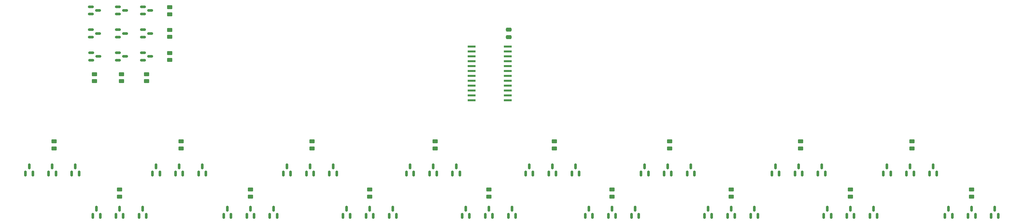
<source format=gbr>
%TF.GenerationSoftware,KiCad,Pcbnew,(6.0.7-1)-1*%
%TF.CreationDate,2023-03-16T12:26:32-07:00*%
%TF.ProjectId,adc_test_board,6164635f-7465-4737-945f-626f6172642e,rev?*%
%TF.SameCoordinates,Original*%
%TF.FileFunction,Paste,Top*%
%TF.FilePolarity,Positive*%
%FSLAX46Y46*%
G04 Gerber Fmt 4.6, Leading zero omitted, Abs format (unit mm)*
G04 Created by KiCad (PCBNEW (6.0.7-1)-1) date 2023-03-16 12:26:32*
%MOMM*%
%LPD*%
G01*
G04 APERTURE LIST*
G04 Aperture macros list*
%AMRoundRect*
0 Rectangle with rounded corners*
0 $1 Rounding radius*
0 $2 $3 $4 $5 $6 $7 $8 $9 X,Y pos of 4 corners*
0 Add a 4 corners polygon primitive as box body*
4,1,4,$2,$3,$4,$5,$6,$7,$8,$9,$2,$3,0*
0 Add four circle primitives for the rounded corners*
1,1,$1+$1,$2,$3*
1,1,$1+$1,$4,$5*
1,1,$1+$1,$6,$7*
1,1,$1+$1,$8,$9*
0 Add four rect primitives between the rounded corners*
20,1,$1+$1,$2,$3,$4,$5,0*
20,1,$1+$1,$4,$5,$6,$7,0*
20,1,$1+$1,$6,$7,$8,$9,0*
20,1,$1+$1,$8,$9,$2,$3,0*%
G04 Aperture macros list end*
%ADD10RoundRect,0.250000X0.450000X-0.262500X0.450000X0.262500X-0.450000X0.262500X-0.450000X-0.262500X0*%
%ADD11RoundRect,0.150000X0.150000X-0.587500X0.150000X0.587500X-0.150000X0.587500X-0.150000X-0.587500X0*%
%ADD12RoundRect,0.150000X-0.587500X-0.150000X0.587500X-0.150000X0.587500X0.150000X-0.587500X0.150000X0*%
%ADD13RoundRect,0.250000X-0.450000X0.262500X-0.450000X-0.262500X0.450000X-0.262500X0.450000X0.262500X0*%
%ADD14RoundRect,0.250000X-0.475000X0.250000X-0.475000X-0.250000X0.475000X-0.250000X0.475000X0.250000X0*%
%ADD15R,2.000000X0.600000*%
G04 APERTURE END LIST*
D10*
%TO.C,R6*%
X74000000Y-109912500D03*
X74000000Y-108087500D03*
%TD*%
D11*
%TO.C,Q15*%
X215550000Y-103937500D03*
X217450000Y-103937500D03*
X216500000Y-102062500D03*
%TD*%
%TO.C,Q21*%
X260550000Y-114937500D03*
X262450000Y-114937500D03*
X261500000Y-113062500D03*
%TD*%
%TO.C,Q20*%
X120550000Y-103937500D03*
X122450000Y-103937500D03*
X121500000Y-102062500D03*
%TD*%
%TO.C,Q11*%
X181550000Y-103937500D03*
X183450000Y-103937500D03*
X182500000Y-102062500D03*
%TD*%
%TO.C,Q51*%
X250550000Y-103937500D03*
X252450000Y-103937500D03*
X251500000Y-102062500D03*
%TD*%
%TO.C,Q8*%
X21550000Y-103937500D03*
X23450000Y-103937500D03*
X22500000Y-102062500D03*
%TD*%
D12*
%TO.C,Q6*%
X46062500Y-72550000D03*
X46062500Y-74450000D03*
X47937500Y-73500000D03*
%TD*%
D11*
%TO.C,Q47*%
X221550000Y-103937500D03*
X223450000Y-103937500D03*
X222500000Y-102062500D03*
%TD*%
D10*
%TO.C,R12*%
X122000000Y-97412500D03*
X122000000Y-95587500D03*
%TD*%
D11*
%TO.C,Q23*%
X145550000Y-103937500D03*
X147450000Y-103937500D03*
X146500000Y-102062500D03*
%TD*%
D10*
%TO.C,R13*%
X136000000Y-109912500D03*
X136000000Y-108087500D03*
%TD*%
%TO.C,R14*%
X153000000Y-97412500D03*
X153000000Y-95587500D03*
%TD*%
D12*
%TO.C,Q4*%
X46062500Y-60550000D03*
X46062500Y-62450000D03*
X47937500Y-61500000D03*
%TD*%
D11*
%TO.C,Q16*%
X88550000Y-103937500D03*
X90450000Y-103937500D03*
X89500000Y-102062500D03*
%TD*%
%TO.C,Q40*%
X27550000Y-103937500D03*
X29450000Y-103937500D03*
X28500000Y-102062500D03*
%TD*%
D12*
%TO.C,Q2*%
X32625000Y-72550000D03*
X32625000Y-74450000D03*
X34500000Y-73500000D03*
%TD*%
D11*
%TO.C,Q12*%
X54550000Y-103937500D03*
X56450000Y-103937500D03*
X55500000Y-102062500D03*
%TD*%
D10*
%TO.C,R19*%
X230000000Y-109912500D03*
X230000000Y-108087500D03*
%TD*%
%TO.C,R15*%
X168000000Y-109912500D03*
X168000000Y-108087500D03*
%TD*%
D11*
%TO.C,Q54*%
X141050000Y-114937500D03*
X142950000Y-114937500D03*
X142000000Y-113062500D03*
%TD*%
%TO.C,Q49*%
X235050000Y-114937500D03*
X236950000Y-114937500D03*
X236000000Y-113062500D03*
%TD*%
D10*
%TO.C,R20*%
X246000000Y-97412500D03*
X246000000Y-95587500D03*
%TD*%
%TO.C,R17*%
X199000000Y-109912500D03*
X199000000Y-108087500D03*
%TD*%
D11*
%TO.C,Q17*%
X229050000Y-114937500D03*
X230950000Y-114937500D03*
X230000000Y-113062500D03*
%TD*%
D12*
%TO.C,Q55*%
X32562500Y-66550000D03*
X32562500Y-68450000D03*
X34437500Y-67500000D03*
%TD*%
D11*
%TO.C,Q31*%
X209550000Y-103937500D03*
X211450000Y-103937500D03*
X210500000Y-102062500D03*
%TD*%
D13*
%TO.C,R22*%
X53000000Y-66587500D03*
X53000000Y-68412500D03*
%TD*%
D11*
%TO.C,Q45*%
X204050000Y-114937500D03*
X205950000Y-114937500D03*
X205000000Y-113062500D03*
%TD*%
D13*
%TO.C,R1*%
X53000000Y-60675000D03*
X53000000Y-62500000D03*
%TD*%
D11*
%TO.C,Q27*%
X175550000Y-103937500D03*
X177450000Y-103937500D03*
X176500000Y-102062500D03*
%TD*%
D12*
%TO.C,Q57*%
X46062500Y-66550000D03*
X46062500Y-68450000D03*
X47937500Y-67500000D03*
%TD*%
D11*
%TO.C,Q34*%
X98050000Y-114937500D03*
X99950000Y-114937500D03*
X99000000Y-113062500D03*
%TD*%
D10*
%TO.C,R3*%
X40000000Y-109912500D03*
X40000000Y-108087500D03*
%TD*%
D11*
%TO.C,Q39*%
X157550000Y-103937500D03*
X159450000Y-103937500D03*
X158500000Y-102062500D03*
%TD*%
%TO.C,Q33*%
X223050000Y-114937500D03*
X224950000Y-114937500D03*
X224000000Y-113062500D03*
%TD*%
%TO.C,Q19*%
X244550000Y-103937500D03*
X246450000Y-103937500D03*
X245500000Y-102062500D03*
%TD*%
%TO.C,Q36*%
X114550000Y-103937500D03*
X116450000Y-103937500D03*
X115500000Y-102062500D03*
%TD*%
D14*
%TO.C,C1*%
X141200000Y-66550000D03*
X141200000Y-68450000D03*
%TD*%
D11*
%TO.C,Q22*%
X135050000Y-114937500D03*
X136950000Y-114937500D03*
X136000000Y-113062500D03*
%TD*%
%TO.C,Q43*%
X187550000Y-103937500D03*
X189450000Y-103937500D03*
X188500000Y-102062500D03*
%TD*%
D12*
%TO.C,Q1*%
X32562500Y-60550000D03*
X32562500Y-62450000D03*
X34437500Y-61500000D03*
%TD*%
D10*
%TO.C,R11*%
X105000000Y-109912500D03*
X105000000Y-108087500D03*
%TD*%
D11*
%TO.C,Q13*%
X198050000Y-114937500D03*
X199950000Y-114937500D03*
X199000000Y-113062500D03*
%TD*%
%TO.C,Q44*%
X60550000Y-103937500D03*
X62450000Y-103937500D03*
X61500000Y-102062500D03*
%TD*%
%TO.C,Q37*%
X254550000Y-114937500D03*
X256450000Y-114937500D03*
X255500000Y-113062500D03*
%TD*%
D10*
%TO.C,R9*%
X47000000Y-79912500D03*
X47000000Y-78087500D03*
%TD*%
D11*
%TO.C,Q46*%
X79050000Y-114937500D03*
X80950000Y-114937500D03*
X80000000Y-113062500D03*
%TD*%
D10*
%TO.C,R4*%
X56000000Y-97412500D03*
X56000000Y-95587500D03*
%TD*%
%TO.C,R16*%
X183000000Y-97412500D03*
X183000000Y-95587500D03*
%TD*%
D11*
%TO.C,Q32*%
X82550000Y-103937500D03*
X84450000Y-103937500D03*
X83500000Y-102062500D03*
%TD*%
%TO.C,Q7*%
X151550000Y-103937500D03*
X153450000Y-103937500D03*
X152500000Y-102062500D03*
%TD*%
%TO.C,Q28*%
X48550000Y-103937500D03*
X50450000Y-103937500D03*
X49500000Y-102062500D03*
%TD*%
D12*
%TO.C,Q56*%
X39562500Y-66550000D03*
X39562500Y-68450000D03*
X41437500Y-67500000D03*
%TD*%
D10*
%TO.C,R10*%
X90000000Y-97412500D03*
X90000000Y-95587500D03*
%TD*%
%TO.C,R18*%
X217000000Y-97412500D03*
X217000000Y-95587500D03*
%TD*%
D11*
%TO.C,Q30*%
X67050000Y-114937500D03*
X68950000Y-114937500D03*
X68000000Y-113062500D03*
%TD*%
%TO.C,Q41*%
X173050000Y-114937500D03*
X174950000Y-114937500D03*
X174000000Y-113062500D03*
%TD*%
%TO.C,Q26*%
X33050000Y-114937500D03*
X34950000Y-114937500D03*
X34000000Y-113062500D03*
%TD*%
D12*
%TO.C,Q3*%
X39562500Y-60550000D03*
X39562500Y-62450000D03*
X41437500Y-61500000D03*
%TD*%
D11*
%TO.C,Q53*%
X266550000Y-114937500D03*
X268450000Y-114937500D03*
X267500000Y-113062500D03*
%TD*%
%TO.C,Q9*%
X167050000Y-114937500D03*
X168950000Y-114937500D03*
X168000000Y-113062500D03*
%TD*%
%TO.C,Q25*%
X161050000Y-114937500D03*
X162950000Y-114937500D03*
X162000000Y-113062500D03*
%TD*%
%TO.C,Q35*%
X238550000Y-103937500D03*
X240450000Y-103937500D03*
X239500000Y-102062500D03*
%TD*%
D10*
%TO.C,R7*%
X33500000Y-79912500D03*
X33500000Y-78087500D03*
%TD*%
D13*
%TO.C,R5*%
X53000000Y-72587500D03*
X53000000Y-74412500D03*
%TD*%
D12*
%TO.C,Q5*%
X39562500Y-72550000D03*
X39562500Y-74450000D03*
X41437500Y-73500000D03*
%TD*%
D11*
%TO.C,Q29*%
X192050000Y-114937500D03*
X193950000Y-114937500D03*
X193000000Y-113062500D03*
%TD*%
%TO.C,Q10*%
X39050000Y-114937500D03*
X40950000Y-114937500D03*
X40000000Y-113062500D03*
%TD*%
%TO.C,Q42*%
X45050000Y-114937500D03*
X46950000Y-114937500D03*
X46000000Y-113062500D03*
%TD*%
%TO.C,Q24*%
X15550000Y-103937500D03*
X17450000Y-103937500D03*
X16500000Y-102062500D03*
%TD*%
%TO.C,Q50*%
X110050000Y-114937500D03*
X111950000Y-114937500D03*
X111000000Y-113062500D03*
%TD*%
D10*
%TO.C,R8*%
X40500000Y-79912500D03*
X40500000Y-78087500D03*
%TD*%
%TO.C,R2*%
X23000000Y-97412500D03*
X23000000Y-95587500D03*
%TD*%
D15*
%TO.C,U1*%
X131500000Y-70960000D03*
X131500000Y-72230000D03*
X131500000Y-73500000D03*
X131500000Y-74770000D03*
X131500000Y-76040000D03*
X131500000Y-77310000D03*
X131500000Y-78580000D03*
X131500000Y-79850000D03*
X131500000Y-81120000D03*
X131500000Y-82390000D03*
X131500000Y-83660000D03*
X131500000Y-84930000D03*
X140900000Y-84930000D03*
X140900000Y-83660000D03*
X140900000Y-82390000D03*
X140900000Y-81120000D03*
X140900000Y-79850000D03*
X140900000Y-78580000D03*
X140900000Y-77310000D03*
X140900000Y-76040000D03*
X140900000Y-74770000D03*
X140900000Y-73500000D03*
X140900000Y-72230000D03*
X140900000Y-70960000D03*
%TD*%
D11*
%TO.C,Q48*%
X94550000Y-103937500D03*
X96450000Y-103937500D03*
X95500000Y-102062500D03*
%TD*%
D10*
%TO.C,R21*%
X261500000Y-109912500D03*
X261500000Y-108087500D03*
%TD*%
D11*
%TO.C,Q14*%
X73050000Y-114937500D03*
X74950000Y-114937500D03*
X74000000Y-113062500D03*
%TD*%
%TO.C,Q52*%
X126550000Y-103937500D03*
X128450000Y-103937500D03*
X127500000Y-102062500D03*
%TD*%
%TO.C,Q38*%
X129050000Y-114937500D03*
X130950000Y-114937500D03*
X130000000Y-113062500D03*
%TD*%
%TO.C,Q18*%
X104050000Y-114937500D03*
X105950000Y-114937500D03*
X105000000Y-113062500D03*
%TD*%
M02*

</source>
